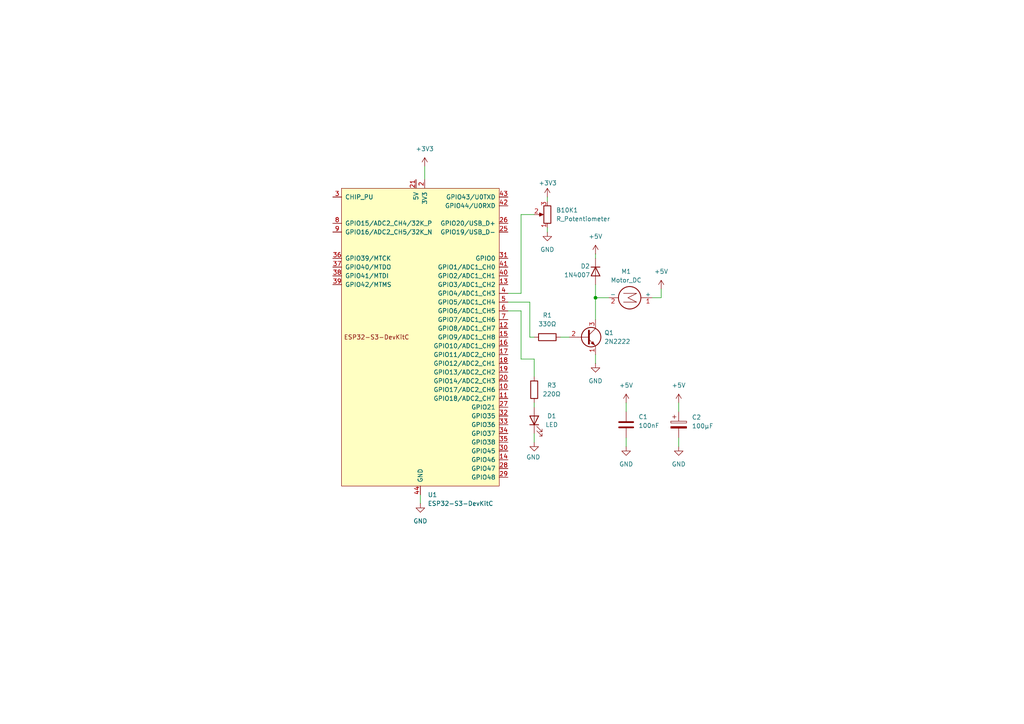
<source format=kicad_sch>
(kicad_sch (version 20250114) (generator "eeschema") (generator_version "9.0")
  (paper "A4")
  (lib_symbols
    (symbol "Device:C" (pin_numbers (hide yes)) (pin_names (offset 0.254))
      (property "Reference" "C" (at 0.635 2.54 0))
      (property "Value" "C" (at 0.635 -2.54 0))
      (symbol "C_0_1"
        (polyline (pts (xy -2.032 0.762) (xy 2.032 0.762)) (stroke (width 0.508)))
        (polyline (pts (xy -2.032 -0.762) (xy 2.032 -0.762)) (stroke (width 0.508)))
      )
      (symbol "C_1_1"
        (pin passive line (at 0 3.81 270) (length 2.794) (name "~") (number "1"))
        (pin passive line (at 0 -3.81 90) (length 2.794) (name "~") (number "2"))
      )
    )
    (symbol "Device:C_Polarized" (pin_numbers (hide yes)) (pin_names (offset 0.254))
      (property "Reference" "C" (at 0.635 2.54 0))
      (property "Value" "C_Polarized" (at 0.635 -2.54 0))
      (symbol "C_Polarized_0_1"
        (rectangle (start -2.286 0.508) (end 2.286 1.016))
        (polyline (pts (xy -1.778 2.286) (xy -0.762 2.286)))
        (polyline (pts (xy -1.27 2.794) (xy -1.27 1.778)))
        (rectangle (start 2.286 -0.508) (end -2.286 -1.016) (fill (type outline)))
      )
      (symbol "C_Polarized_1_1"
        (pin passive line (at 0 3.81 270) (length 2.794) (name "~") (number "1"))
        (pin passive line (at 0 -3.81 90) (length 2.794) (name "~") (number "2"))
      )
    )
    (symbol "Device:LED" (pin_numbers (hide yes)) (pin_names (offset 1.016) (hide yes))
      (property "Reference" "D" (at 0 2.54 0))
      (property "Value" "LED" (at 0 -2.54 0))
      (symbol "LED_0_1"
        (polyline (pts (xy -3.048 -0.762) (xy -4.572 -2.286) (xy -3.81 -2.286) (xy -4.572 -2.286) (xy -4.572 -1.524)))
        (polyline (pts (xy -1.778 -0.762) (xy -3.302 -2.286) (xy -2.54 -2.286) (xy -3.302 -2.286) (xy -3.302 -1.524)))
        (polyline (pts (xy -1.27 0) (xy 1.27 0)))
        (polyline (pts (xy -1.27 -1.27) (xy -1.27 1.27)) (stroke (width 0.254)))
        (polyline (pts (xy 1.27 -1.27) (xy 1.27 1.27) (xy -1.27 0) (xy 1.27 -1.27)) (stroke (width 0.254)))
      )
      (symbol "LED_1_1"
        (pin passive line (at -3.81 0 0) (length 2.54) (name "K") (number "1"))
        (pin passive line (at 3.81 0 180) (length 2.54) (name "A") (number "2"))
      )
    )
    (symbol "Device:R" (pin_numbers (hide yes)) (pin_names (offset 0))
      (property "Reference" "R" (at 2.032 0 90))
      (property "Value" "R" (at 0 0 90))
      (symbol "R_0_1"
        (rectangle (start -1.016 -2.54) (end 1.016 2.54) (stroke (width 0.254)))
      )
      (symbol "R_1_1"
        (pin passive line (at 0 3.81 270) (length 1.27) (name "~") (number "1"))
        (pin passive line (at 0 -3.81 90) (length 1.27) (name "~") (number "2"))
      )
    )
    (symbol "Diode:1N4007" (pin_numbers (hide yes)) (pin_names (hide yes))
      (property "Reference" "D" (at 0 2.54 0))
      (property "Value" "1N4007" (at 0 -2.54 0))
      (symbol "1N4007_0_1"
        (polyline (pts (xy -1.27 1.27) (xy -1.27 -1.27)) (stroke (width 0.254)))
        (polyline (pts (xy 1.27 1.27) (xy 1.27 -1.27) (xy -1.27 0) (xy 1.27 1.27)) (stroke (width 0.254)))
        (polyline (pts (xy 1.27 0) (xy -1.27 0)))
      )
      (symbol "1N4007_1_1"
        (pin passive line (at -3.81 0 0) (length 2.54) (name "K") (number "1"))
        (pin passive line (at 3.81 0 180) (length 2.54) (name "A") (number "2"))
      )
    )
    (symbol "Motor:Motor_DC" (pin_names (offset 0))
      (property "Reference" "M" (at 2.54 2.54 0))
      (property "Value" "Motor_DC" (at 2.54 -5.08 0))
      (symbol "Motor_DC_0_0"
        (polyline (pts (xy -1.27 -3.302) (xy -1.27 0.508) (xy 0 -2.032) (xy 1.27 0.508) (xy 1.27 -3.302)))
      )
      (symbol "Motor_DC_0_1"
        (polyline (pts (xy 0 2.032) (xy 0 2.54)))
        (polyline (pts (xy 0 1.7272) (xy 0 2.0828)))
        (circle (center 0 -1.524) (radius 3.2512) (stroke (width 0.254)))
        (polyline (pts (xy 0 -4.7752) (xy 0 -5.1816)))
        (polyline (pts (xy 0 -7.62) (xy 0 -7.112)))
      )
      (symbol "Motor_DC_1_1"
        (pin passive line (at 0 5.08 270) (length 2.54) (name "+") (number "1"))
        (pin passive line (at 0 -7.62 90) (length 2.54) (name "-") (number "2"))
      )
    )
    (symbol "PCM_Espressif:ESP32-S3-DevKitC" (pin_names (offset 1.016))
      (property "Reference" "U" (at -22.86 48.26 0))
      (property "Value" "ESP32-S3-DevKitC" (at -22.86 45.72 0))
      (symbol "ESP32-S3-DevKitC_0_0"
        (text "ESP32-S3-DevKitC" (at -12.7 0 0) (effects (font (size 1.27 1.27))))
        (pin bidirectional line (at -25.4 15.24 0) (length 2.54) (name "GPIO42/MTMS") (number "39"))
        (pin power_in line (at 0 -45.72 90) (length 2.54) (name "GND") (number "44"))
        (pin bidirectional line (at 25.4 40.64 180) (length 2.54) (name "GPIO43/U0TXD") (number "43"))
        (pin bidirectional line (at 25.4 38.1 180) (length 2.54) (name "GPIO44/U0RXD") (number "42"))
        (pin bidirectional line (at 25.4 20.32 180) (length 2.54) (name "GPIO1/ADC1_CH0") (number "41"))
        (pin bidirectional line (at 25.4 17.78 180) (length 2.54) (name "GPIO2/ADC1_CH1") (number "40"))
        (pin bidirectional line (at 25.4 -10.16 180) (length 2.54) (name "GPIO13/ADC2_CH2") (number "19"))
        (pin bidirectional line (at 25.4 -35.56 180) (length 2.54) (name "GPIO46") (number "14"))
      )
      (symbol "ESP32-S3-DevKitC_0_1"
        (rectangle (start -22.86 43.18) (end 22.86 -43.18) (fill (type background)))
        (pin power_in line (at 1.27 45.72 270) (length 2.54) (name "3V3") (number "2"))
      )
      (symbol "ESP32-S3-DevKitC_1_1"
        (pin input line (at -25.4 40.64 0) (length 2.54) (name "CHIP_PU") (number "3"))
        (pin bidirectional line (at -25.4 33.02 0) (length 2.54) (name "GPIO15/ADC2_CH4/32K_P") (number "8"))
        (pin bidirectional line (at -25.4 30.48 0) (length 2.54) (name "GPIO16/ADC2_CH5/32K_N") (number "9"))
        (pin bidirectional line (at -25.4 22.86 0) (length 2.54) (name "GPIO39/MTCK") (number "36"))
        (pin bidirectional line (at -25.4 20.32 0) (length 2.54) (name "GPIO40/MTDO") (number "37"))
        (pin bidirectional line (at -25.4 17.78 0) (length 2.54) (name "GPIO41/MTDI") (number "38"))
        (pin power_in line (at -1.27 45.72 270) (length 2.54) (name "5V") (number "21"))
        (pin passive line (at 0 -45.72 90) (length 2.54) (hide yes) (name "GND") (number "22"))
        (pin passive line (at 0 -45.72 90) (length 2.54) (hide yes) (name "GND") (number "23"))
        (pin passive line (at 0 -45.72 90) (length 2.54) (hide yes) (name "GND") (number "24"))
        (pin passive line (at 1.27 45.72 270) (length 2.54) (hide yes) (name "3V3") (number "1"))
        (pin bidirectional line (at 25.4 33.02 180) (length 2.54) (name "GPIO20/USB_D+") (number "26"))
        (pin bidirectional line (at 25.4 30.48 180) (length 2.54) (name "GPIO19/USB_D-") (number "25"))
        (pin bidirectional line (at 25.4 22.86 180) (length 2.54) (name "GPIO0") (number "31"))
        (pin bidirectional line (at 25.4 15.24 180) (length 2.54) (name "GPIO3/ADC1_CH2") (number "13"))
        (pin bidirectional line (at 25.4 12.7 180) (length 2.54) (name "GPIO4/ADC1_CH3") (number "4"))
        (pin bidirectional line (at 25.4 10.16 180) (length 2.54) (name "GPIO5/ADC1_CH4") (number "5"))
        (pin bidirectional line (at 25.4 7.62 180) (length 2.54) (name "GPIO6/ADC1_CH5") (number "6"))
        (pin bidirectional line (at 25.4 5.08 180) (length 2.54) (name "GPIO7/ADC1_CH6") (number "7"))
        (pin bidirectional line (at 25.4 2.54 180) (length 2.54) (name "GPIO8/ADC1_CH7") (number "12"))
        (pin bidirectional line (at 25.4 0 180) (length 2.54) (name "GPIO9/ADC1_CH8") (number "15"))
        (pin bidirectional line (at 25.4 -2.54 180) (length 2.54) (name "GPIO10/ADC1_CH9") (number "16"))
        (pin bidirectional line (at 25.4 -5.08 180) (length 2.54) (name "GPIO11/ADC2_CH0") (number "17"))
        (pin bidirectional line (at 25.4 -7.62 180) (length 2.54) (name "GPIO12/ADC2_CH1") (number "18"))
        (pin bidirectional line (at 25.4 -12.7 180) (length 2.54) (name "GPIO14/ADC2_CH3") (number "20"))
        (pin bidirectional line (at 25.4 -15.24 180) (length 2.54) (name "GPIO17/ADC2_CH6") (number "10"))
        (pin bidirectional line (at 25.4 -17.78 180) (length 2.54) (name "GPIO18/ADC2_CH7") (number "11"))
        (pin bidirectional line (at 25.4 -20.32 180) (length 2.54) (name "GPIO21") (number "27"))
        (pin bidirectional line (at 25.4 -22.86 180) (length 2.54) (name "GPIO35") (number "32"))
        (pin bidirectional line (at 25.4 -25.4 180) (length 2.54) (name "GPIO36") (number "33"))
        (pin bidirectional line (at 25.4 -27.94 180) (length 2.54) (name "GPIO37") (number "34"))
        (pin bidirectional line (at 25.4 -30.48 180) (length 2.54) (name "GPIO38") (number "35"))
        (pin bidirectional line (at 25.4 -33.02 180) (length 2.54) (name "GPIO45") (number "30"))
        (pin bidirectional line (at 25.4 -38.1 180) (length 2.54) (name "GPIO47") (number "28"))
        (pin bidirectional line (at 25.4 -40.64 180) (length 2.54) (name "GPIO48") (number "29"))
      )
    )
    (symbol "User_Library:2N2222" (pin_names (offset 0) (hide yes))
      (property "Reference" "Q" (at 5.08 1.27 0))
      (property "Value" "2N2222" (at 5.08 -1.27 0))
      (symbol "2N2222_0_1"
        (polyline (pts (xy -2.54 0) (xy 0.635 0)))
        (polyline (pts (xy 0.635 1.905) (xy 0.635 -1.905)) (stroke (width 0.508)))
        (circle (center 1.27 0) (radius 2.8194) (stroke (width 0.254)))
      )
      (symbol "2N2222_1_1"
        (polyline (pts (xy 0.635 0.635) (xy 2.54 2.54)))
        (polyline (pts (xy 0.635 -0.635) (xy 2.54 -2.54)))
        (polyline (pts (xy 1.27 -1.778) (xy 1.778 -1.27) (xy 2.286 -2.286) (xy 1.27 -1.778)) (fill (type outline)))
        (pin input line (at -5.08 0 0) (length 2.54) (name "B") (number "2"))
        (pin passive line (at 2.54 5.08 270) (length 2.54) (name "C") (number "3"))
        (pin passive line (at 2.54 -5.08 90) (length 2.54) (name "E") (number "1"))
      )
    )
    (symbol "User_Library:B10K" (pin_names (offset 1.016) (hide yes))
      (property "Reference" "B10K" (at -4.445 0 90))
      (property "Value" "R_Potentiometer" (at -2.54 0 90))
      (symbol "B10K_0_1"
        (rectangle (start 1.016 2.54) (end -1.016 -2.54) (stroke (width 0.254)))
        (polyline (pts (xy 1.143 0) (xy 2.286 0.508) (xy 2.286 -0.508) (xy 1.143 0)) (fill (type outline)))
        (polyline (pts (xy 2.54 0) (xy 1.524 0)))
      )
      (symbol "B10K_1_1"
        (pin passive line (at 0 3.81 270) (length 1.27) (name "1") (number "1"))
        (pin passive line (at 0 -3.81 90) (length 1.27) (name "3") (number "3"))
        (pin passive line (at 3.81 0 180) (length 1.27) (name "2") (number "2"))
      )
    )
    (symbol "power:+3V3" (power) (pin_numbers (hide yes)) (pin_names (offset 0) (hide yes))
      (property "Value" "+3V3" (at 0 3.556 0))
      (symbol "+3V3_0_1"
        (polyline (pts (xy -0.762 1.27) (xy 0 2.54)))
        (polyline (pts (xy 0 2.54) (xy 0.762 1.27)))
        (polyline (pts (xy 0 0) (xy 0 2.54)))
      )
      (symbol "+3V3_1_1"
        (pin power_in line (at 0 0 90) (length 0) (name "~") (number "1"))
      )
    )
    (symbol "power:+5V" (power) (pin_numbers (hide yes)) (pin_names (offset 0) (hide yes))
      (property "Value" "+5V" (at 0 3.556 0))
      (symbol "+5V_0_1"
        (polyline (pts (xy -0.762 1.27) (xy 0 2.54)))
        (polyline (pts (xy 0 2.54) (xy 0.762 1.27)))
        (polyline (pts (xy 0 0) (xy 0 2.54)))
      )
      (symbol "+5V_1_1"
        (pin power_in line (at 0 0 90) (length 0) (name "~") (number "1"))
      )
    )
    (symbol "power:GND" (power) (pin_numbers (hide yes)) (pin_names (offset 0) (hide yes))
      (property "Value" "GND" (at 0 -3.81 0))
      (symbol "GND_0_1"
        (polyline (pts (xy 0 0) (xy 0 -1.27) (xy 1.27 -1.27) (xy 0 -2.54) (xy -1.27 -1.27) (xy 0 -1.27)))
      )
      (symbol "GND_1_1"
        (pin power_in line (at 0 0 270) (length 0) (name "~") (number "1"))
      )
    )
  )
  (junction (at 172.72 86.36))
  (wire (pts (xy 196.85 129.54) (xy 196.85 127)))
  (wire (pts (xy 181.61 129.54) (xy 181.61 127)))
  (wire (pts (xy 154.94 128.27) (xy 154.94 125.73)))
  (wire (pts (xy 196.85 119.38) (xy 196.85 116.84)))
  (wire (pts (xy 151.13 85.09) (xy 151.13 62.23)))
  (wire (pts (xy 172.72 86.36) (xy 176.53 86.36)))
  (wire (pts (xy 151.13 104.14) (xy 154.94 104.14)))
  (wire (pts (xy 151.13 90.17) (xy 151.13 104.14)))
  (wire (pts (xy 153.67 97.79) (xy 154.94 97.79)))
  (wire (pts (xy 172.72 102.87) (xy 172.72 105.41)))
  (wire (pts (xy 191.77 86.36) (xy 189.23 86.36)))
  (wire (pts (xy 121.92 146.05) (xy 121.92 143.51)))
  (wire (pts (xy 172.72 73.66) (xy 172.72 74.93)))
  (wire (pts (xy 123.19 48.26) (xy 123.19 52.07)))
  (wire (pts (xy 153.67 87.63) (xy 153.67 97.79)))
  (wire (pts (xy 147.32 90.17) (xy 151.13 90.17)))
  (wire (pts (xy 154.94 104.14) (xy 154.94 109.22)))
  (wire (pts (xy 151.13 62.23) (xy 154.94 62.23)))
  (wire (pts (xy 181.61 116.84) (xy 181.61 119.38)))
  (wire (pts (xy 162.56 97.79) (xy 165.1 97.79)))
  (wire (pts (xy 172.72 82.55) (xy 172.72 86.36)))
  (wire (pts (xy 154.94 116.84) (xy 154.94 118.11)))
  (wire (pts (xy 147.32 85.09) (xy 151.13 85.09)))
  (wire (pts (xy 191.77 83.82) (xy 191.77 86.36)))
  (wire (pts (xy 158.75 57.15) (xy 158.75 58.42)))
  (wire (pts (xy 172.72 86.36) (xy 172.72 92.71)))
  (wire (pts (xy 158.75 67.31) (xy 158.75 66.04)))
  (wire (pts (xy 147.32 87.63) (xy 153.67 87.63)))
  (symbol (lib_id "power:GND") (at 158.75 67.31 0) (unit 1)
    (property "Reference" "#PWR05" (effects (hide yes)))
    (property "Value" "GND" (at 158.75 72.39 0))
    (property "Description" "Power symbol creates a global label with name \"GND\" , ground" (effects (hide yes)))
  )
  (symbol (lib_id "Device:C") (at 181.61 123.19 0) (unit 1)
    (property "Reference" "C1" (at 185.166 120.904 0) (effects (justify left)))
    (property "Value" "100nF" (at 185.166 123.444 0) (effects (justify left)))
    (property "Description" "Unpolarized capacitor" (effects (hide yes)))
  )
  (symbol (lib_id "Motor:Motor_DC") (at 184.15 86.36 270) (unit 1)
    (property "Reference" "M1" (at 181.61 78.74 90))
    (property "Value" "Motor_DC" (at 181.61 81.28 90))
    (property "Description" "DC Motor" (effects (hide yes)))
  )
  (symbol (lib_id "User_Library:2N2222") (at 170.18 97.79 0) (unit 1)
    (property "Reference" "Q1" (at 175.26 96.5199 0) (effects (justify left)))
    (property "Value" "2N2222" (at 175.26 99.0599 0) (effects (justify left)))
    (property "Description" "NPN transistor, emitter/base/collector" (effects (hide yes)))
    (property "Sim.Device" "NPN" (effects (hide yes)))
    (property "Sim.Pins" "1=E 2=B 3=C" (effects (hide yes)))
  )
  (symbol (lib_id "power:GND") (at 172.72 105.41 0) (unit 1)
    (property "Reference" "#PWR04" (effects (hide yes)))
    (property "Value" "GND" (at 172.72 110.49 0))
    (property "Description" "Power symbol creates a global label with name \"GND\" , ground" (effects (hide yes)))
  )
  (symbol (lib_id "Device:R") (at 158.75 97.79 90) (unit 1)
    (property "Reference" "R1" (at 158.75 91.44 90))
    (property "Value" "330Ω" (at 158.75 93.98 90))
    (property "Description" "Resistor" (effects (hide yes)))
  )
  (symbol (lib_id "power:+3V3") (at 158.75 57.15 0) (unit 1)
    (property "Reference" "#PWR07" (effects (hide yes)))
    (property "Value" "+3V3" (at 156.21 53.086 0) (effects (justify left)))
    (property "Description" "Power symbol creates a global label with name \"+3V3\"" (effects (hide yes)))
  )
  (symbol (lib_id "power:+3V3") (at 123.19 48.26 0) (unit 1)
    (property "Reference" "#PWR02" (effects (hide yes)))
    (property "Value" "+3V3" (at 123.19 43.18 0))
    (property "Description" "Power symbol creates a global label with name \"+3V3\"" (effects (hide yes)))
  )
  (symbol (lib_id "power:GND") (at 181.61 129.54 0) (unit 1)
    (property "Reference" "#PWR03" (effects (hide yes)))
    (property "Value" "GND" (at 181.61 134.62 0))
    (property "Description" "Power symbol creates a global label with name \"GND\" , ground" (effects (hide yes)))
  )
  (symbol (lib_id "User_Library:B10K") (at 158.75 62.23 180) (unit 1)
    (property "Reference" "B10K1" (at 161.29 60.9599 0) (effects (justify right)))
    (property "Value" "R_Potentiometer" (at 161.29 63.4999 0) (effects (justify right)))
    (property "Description" "Potentiometer" (effects (hide yes)))
  )
  (symbol (lib_id "Device:R") (at 154.94 113.03 0) (unit 1)
    (property "Reference" "R3" (at 160.02 111.76 0))
    (property "Value" "220Ω" (at 160.02 114.3 0))
    (property "Description" "Resistor" (effects (hide yes)))
  )
  (symbol (lib_id "power:GND") (at 154.94 128.27 0) (unit 1)
    (property "Reference" "#PWR012" (effects (hide yes)))
    (property "Value" "GND" (at 156.718 132.588 0) (effects (justify right)))
    (property "Description" "Power symbol creates a global label with name \"GND\" , ground" (effects (hide yes)))
  )
  (symbol (lib_id "Diode:1N4007") (at 172.72 78.74 270) (unit 1)
    (property "Reference" "D2" (at 168.402 77.216 90) (effects (justify left)))
    (property "Value" "1N4007" (at 163.576 79.756 90) (effects (justify left)))
    (property "Footprint" "Diode_THT:D_DO-41_SOD81_P10.16mm_Horizontal" (effects (hide yes)))
    (property "Datasheet" "http://www.vishay.com/docs/88503/1n4001.pdf" (effects (hide yes)))
    (property "Description" "1000V 1A General Purpose Rectifier Diode, DO-41" (effects (hide yes)))
    (property "Sim.Device" "D" (effects (hide yes)))
    (property "Sim.Pins" "1=K 2=A" (effects (hide yes)))
  )
  (symbol (lib_id "power:GND") (at 196.85 129.54 0) (unit 1)
    (property "Reference" "#PWR08" (effects (hide yes)))
    (property "Value" "GND" (at 196.85 134.62 0))
    (property "Description" "Power symbol creates a global label with name \"GND\" , ground" (effects (hide yes)))
  )
  (symbol (lib_id "Device:LED") (at 154.94 121.92 90) (unit 1)
    (property "Reference" "D1" (at 160.02 120.65 90))
    (property "Value" "LED" (at 160.02 123.19 90))
    (property "Description" "Light emitting diode" (effects (hide yes)))
    (property "Sim.Pins" "1=K 2=A" (effects (hide yes)))
  )
  (symbol (lib_id "PCM_Espressif:ESP32-S3-DevKitC") (at 121.92 97.79 0) (unit 1)
    (property "Reference" "U1" (at 124.0633 143.51 0) (effects (justify left)))
    (property "Value" "ESP32-S3-DevKitC" (at 124.0633 146.05 0) (effects (justify left)))
    (property "Footprint" "PCM_Espressif:ESP32-S3-DevKitC" (effects (hide yes)))
    (property "Description" "ESP32-S3-DevKitC" (effects (hide yes)))
  )
  (symbol (lib_id "power:+5V") (at 196.85 116.84 0) (unit 1)
    (property "Reference" "#PWR010" (effects (hide yes)))
    (property "Value" "+5V" (at 196.85 111.76 0))
    (property "Description" "Power symbol creates a global label with name \"+5V\"" (effects (hide yes)))
  )
  (symbol (lib_id "power:GND") (at 121.92 146.05 0) (unit 1)
    (property "Reference" "#PWR01" (effects (hide yes)))
    (property "Value" "GND" (at 121.92 151.13 0))
    (property "Description" "Power symbol creates a global label with name \"GND\" , ground" (effects (hide yes)))
  )
  (symbol (lib_id "power:+5V") (at 172.72 73.66 0) (unit 1)
    (property "Reference" "#PWR011" (effects (hide yes)))
    (property "Value" "+5V" (at 172.72 68.58 0))
    (property "Description" "Power symbol creates a global label with name \"+5V\"" (effects (hide yes)))
  )
  (symbol (lib_id "power:+5V") (at 191.77 83.82 0) (unit 1)
    (property "Reference" "#PWR06" (effects (hide yes)))
    (property "Value" "+5V" (at 191.77 78.74 0))
    (property "Description" "Power symbol creates a global label with name \"+5V\"" (effects (hide yes)))
  )
  (symbol (lib_id "power:+5V") (at 181.61 116.84 0) (unit 1)
    (property "Reference" "#PWR09" (effects (hide yes)))
    (property "Value" "+5V" (at 181.61 111.76 0))
    (property "Description" "Power symbol creates a global label with name \"+5V\"" (effects (hide yes)))
  )
  (symbol (lib_id "Device:C_Polarized") (at 196.85 123.19 0) (unit 1)
    (property "Reference" "C2" (at 200.66 121.0309 0) (effects (justify left)))
    (property "Value" "100µF" (at 200.66 123.5709 0) (effects (justify left)))
    (property "Description" "Polarized capacitor" (effects (hide yes)))
  )
)
</source>
